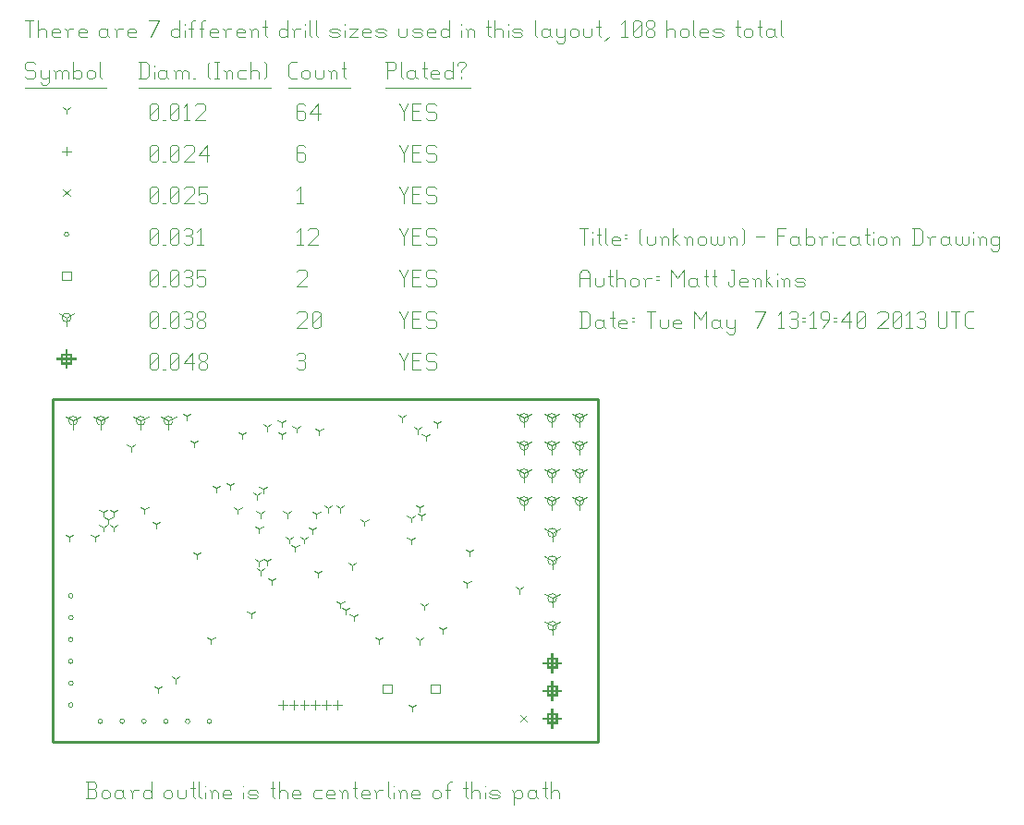
<source format=gbr>
G04 start of page 12 for group -3984 idx -3984 *
G04 Title: (unknown), fab *
G04 Creator: pcb 1.99z *
G04 CreationDate: Tue May  7 13:19:40 2013 UTC *
G04 For: matt *
G04 Format: Gerber/RS-274X *
G04 PCB-Dimensions (mil): 2165.35 1377.95 *
G04 PCB-Coordinate-Origin: lower left *
%MOIN*%
%FSLAX25Y25*%
%LNFAB*%
%ADD150C,0.0100*%
%ADD149C,0.0044*%
%ADD148R,0.0080X0.0080*%
G54D148*X190157Y22531D02*Y16131D01*
X186957Y19331D02*X193357D01*
X188557Y20931D02*X191757D01*
X188557D02*Y17731D01*
X191757D01*
Y20931D02*Y17731D01*
X190157Y32531D02*Y26131D01*
X186957Y29331D02*X193357D01*
X188557Y30931D02*X191757D01*
X188557D02*Y27731D01*
X191757D01*
Y30931D02*Y27731D01*
X190157Y42531D02*Y36131D01*
X186957Y39331D02*X193357D01*
X188557Y40931D02*X191757D01*
X188557D02*Y37731D01*
X191757D01*
Y40931D02*Y37731D01*
X15000Y152245D02*Y145845D01*
X11800Y149045D02*X18200D01*
X13400Y150645D02*X16600D01*
X13400D02*Y147445D01*
X16600D01*
Y150645D02*Y147445D01*
G54D149*X135000Y151295D02*X136500Y148295D01*
X138000Y151295D01*
X136500Y148295D02*Y145295D01*
X139800Y148595D02*X142050D01*
X139800Y145295D02*X142800D01*
X139800Y151295D02*Y145295D01*
Y151295D02*X142800D01*
X147600D02*X148350Y150545D01*
X145350Y151295D02*X147600D01*
X144600Y150545D02*X145350Y151295D01*
X144600Y150545D02*Y149045D01*
X145350Y148295D01*
X147600D01*
X148350Y147545D01*
Y146045D01*
X147600Y145295D02*X148350Y146045D01*
X145350Y145295D02*X147600D01*
X144600Y146045D02*X145350Y145295D01*
X98000Y150545D02*X98750Y151295D01*
X100250D01*
X101000Y150545D01*
X100250Y145295D02*X101000Y146045D01*
X98750Y145295D02*X100250D01*
X98000Y146045D02*X98750Y145295D01*
Y148595D02*X100250D01*
X101000Y150545D02*Y149345D01*
Y147845D02*Y146045D01*
Y147845D02*X100250Y148595D01*
X101000Y149345D02*X100250Y148595D01*
X45000Y146045D02*X45750Y145295D01*
X45000Y150545D02*Y146045D01*
Y150545D02*X45750Y151295D01*
X47250D01*
X48000Y150545D01*
Y146045D01*
X47250Y145295D02*X48000Y146045D01*
X45750Y145295D02*X47250D01*
X45000Y146795D02*X48000Y149795D01*
X49800Y145295D02*X50550D01*
X52350Y146045D02*X53100Y145295D01*
X52350Y150545D02*Y146045D01*
Y150545D02*X53100Y151295D01*
X54600D01*
X55350Y150545D01*
Y146045D01*
X54600Y145295D02*X55350Y146045D01*
X53100Y145295D02*X54600D01*
X52350Y146795D02*X55350Y149795D01*
X57150Y147545D02*X60150Y151295D01*
X57150Y147545D02*X60900D01*
X60150Y151295D02*Y145295D01*
X62700Y146045D02*X63450Y145295D01*
X62700Y147245D02*Y146045D01*
Y147245D02*X63750Y148295D01*
X64650D01*
X65700Y147245D01*
Y146045D01*
X64950Y145295D02*X65700Y146045D01*
X63450Y145295D02*X64950D01*
X62700Y149345D02*X63750Y148295D01*
X62700Y150545D02*Y149345D01*
Y150545D02*X63450Y151295D01*
X64950D01*
X65700Y150545D01*
Y149345D01*
X64650Y148295D02*X65700Y149345D01*
X17323Y126811D02*Y123611D01*
Y126811D02*X20096Y128411D01*
X17323Y126811D02*X14550Y128411D01*
X15723Y126811D02*G75*G03X18923Y126811I1600J0D01*G01*
G75*G03X15723Y126811I-1600J0D01*G01*
X27323D02*Y123611D01*
Y126811D02*X30096Y128411D01*
X27323Y126811D02*X24550Y128411D01*
X25723Y126811D02*G75*G03X28923Y126811I1600J0D01*G01*
G75*G03X25723Y126811I-1600J0D01*G01*
X41732D02*Y123611D01*
Y126811D02*X44506Y128411D01*
X41732Y126811D02*X38959Y128411D01*
X40132Y126811D02*G75*G03X43332Y126811I1600J0D01*G01*
G75*G03X40132Y126811I-1600J0D01*G01*
X51732D02*Y123611D01*
Y126811D02*X54506Y128411D01*
X51732Y126811D02*X48959Y128411D01*
X50132Y126811D02*G75*G03X53332Y126811I1600J0D01*G01*
G75*G03X50132Y126811I-1600J0D01*G01*
X190157Y62795D02*Y59595D01*
Y62795D02*X192931Y64395D01*
X190157Y62795D02*X187384Y64395D01*
X188557Y62795D02*G75*G03X191757Y62795I1600J0D01*G01*
G75*G03X188557Y62795I-1600J0D01*G01*
X190157Y52795D02*Y49595D01*
Y52795D02*X192931Y54395D01*
X190157Y52795D02*X187384Y54395D01*
X188557Y52795D02*G75*G03X191757Y52795I1600J0D01*G01*
G75*G03X188557Y52795I-1600J0D01*G01*
X190157Y86417D02*Y83217D01*
Y86417D02*X192931Y88017D01*
X190157Y86417D02*X187384Y88017D01*
X188557Y86417D02*G75*G03X191757Y86417I1600J0D01*G01*
G75*G03X188557Y86417I-1600J0D01*G01*
X190157Y76417D02*Y73217D01*
Y76417D02*X192931Y78017D01*
X190157Y76417D02*X187384Y78017D01*
X188557Y76417D02*G75*G03X191757Y76417I1600J0D01*G01*
G75*G03X188557Y76417I-1600J0D01*G01*
X180000Y127795D02*Y124595D01*
Y127795D02*X182773Y129395D01*
X180000Y127795D02*X177227Y129395D01*
X178400Y127795D02*G75*G03X181600Y127795I1600J0D01*G01*
G75*G03X178400Y127795I-1600J0D01*G01*
X190000D02*Y124595D01*
Y127795D02*X192773Y129395D01*
X190000Y127795D02*X187227Y129395D01*
X188400Y127795D02*G75*G03X191600Y127795I1600J0D01*G01*
G75*G03X188400Y127795I-1600J0D01*G01*
X200000D02*Y124595D01*
Y127795D02*X202773Y129395D01*
X200000Y127795D02*X197227Y129395D01*
X198400Y127795D02*G75*G03X201600Y127795I1600J0D01*G01*
G75*G03X198400Y127795I-1600J0D01*G01*
X180000Y117795D02*Y114595D01*
Y117795D02*X182773Y119395D01*
X180000Y117795D02*X177227Y119395D01*
X178400Y117795D02*G75*G03X181600Y117795I1600J0D01*G01*
G75*G03X178400Y117795I-1600J0D01*G01*
X190000D02*Y114595D01*
Y117795D02*X192773Y119395D01*
X190000Y117795D02*X187227Y119395D01*
X188400Y117795D02*G75*G03X191600Y117795I1600J0D01*G01*
G75*G03X188400Y117795I-1600J0D01*G01*
X200000D02*Y114595D01*
Y117795D02*X202773Y119395D01*
X200000Y117795D02*X197227Y119395D01*
X198400Y117795D02*G75*G03X201600Y117795I1600J0D01*G01*
G75*G03X198400Y117795I-1600J0D01*G01*
X180000Y107795D02*Y104595D01*
Y107795D02*X182773Y109395D01*
X180000Y107795D02*X177227Y109395D01*
X178400Y107795D02*G75*G03X181600Y107795I1600J0D01*G01*
G75*G03X178400Y107795I-1600J0D01*G01*
X190000D02*Y104595D01*
Y107795D02*X192773Y109395D01*
X190000Y107795D02*X187227Y109395D01*
X188400Y107795D02*G75*G03X191600Y107795I1600J0D01*G01*
G75*G03X188400Y107795I-1600J0D01*G01*
X200000D02*Y104595D01*
Y107795D02*X202773Y109395D01*
X200000Y107795D02*X197227Y109395D01*
X198400Y107795D02*G75*G03X201600Y107795I1600J0D01*G01*
G75*G03X198400Y107795I-1600J0D01*G01*
X180000Y97795D02*Y94595D01*
Y97795D02*X182773Y99395D01*
X180000Y97795D02*X177227Y99395D01*
X178400Y97795D02*G75*G03X181600Y97795I1600J0D01*G01*
G75*G03X178400Y97795I-1600J0D01*G01*
X190000D02*Y94595D01*
Y97795D02*X192773Y99395D01*
X190000Y97795D02*X187227Y99395D01*
X188400Y97795D02*G75*G03X191600Y97795I1600J0D01*G01*
G75*G03X188400Y97795I-1600J0D01*G01*
X200000D02*Y94595D01*
Y97795D02*X202773Y99395D01*
X200000Y97795D02*X197227Y99395D01*
X198400Y97795D02*G75*G03X201600Y97795I1600J0D01*G01*
G75*G03X198400Y97795I-1600J0D01*G01*
X15000Y164045D02*Y160845D01*
Y164045D02*X17773Y165645D01*
X15000Y164045D02*X12227Y165645D01*
X13400Y164045D02*G75*G03X16600Y164045I1600J0D01*G01*
G75*G03X13400Y164045I-1600J0D01*G01*
X135000Y166295D02*X136500Y163295D01*
X138000Y166295D01*
X136500Y163295D02*Y160295D01*
X139800Y163595D02*X142050D01*
X139800Y160295D02*X142800D01*
X139800Y166295D02*Y160295D01*
Y166295D02*X142800D01*
X147600D02*X148350Y165545D01*
X145350Y166295D02*X147600D01*
X144600Y165545D02*X145350Y166295D01*
X144600Y165545D02*Y164045D01*
X145350Y163295D01*
X147600D01*
X148350Y162545D01*
Y161045D01*
X147600Y160295D02*X148350Y161045D01*
X145350Y160295D02*X147600D01*
X144600Y161045D02*X145350Y160295D01*
X98000Y165545D02*X98750Y166295D01*
X101000D01*
X101750Y165545D01*
Y164045D01*
X98000Y160295D02*X101750Y164045D01*
X98000Y160295D02*X101750D01*
X103550Y161045D02*X104300Y160295D01*
X103550Y165545D02*Y161045D01*
Y165545D02*X104300Y166295D01*
X105800D01*
X106550Y165545D01*
Y161045D01*
X105800Y160295D02*X106550Y161045D01*
X104300Y160295D02*X105800D01*
X103550Y161795D02*X106550Y164795D01*
X45000Y161045D02*X45750Y160295D01*
X45000Y165545D02*Y161045D01*
Y165545D02*X45750Y166295D01*
X47250D01*
X48000Y165545D01*
Y161045D01*
X47250Y160295D02*X48000Y161045D01*
X45750Y160295D02*X47250D01*
X45000Y161795D02*X48000Y164795D01*
X49800Y160295D02*X50550D01*
X52350Y161045D02*X53100Y160295D01*
X52350Y165545D02*Y161045D01*
Y165545D02*X53100Y166295D01*
X54600D01*
X55350Y165545D01*
Y161045D01*
X54600Y160295D02*X55350Y161045D01*
X53100Y160295D02*X54600D01*
X52350Y161795D02*X55350Y164795D01*
X57150Y165545D02*X57900Y166295D01*
X59400D01*
X60150Y165545D01*
X59400Y160295D02*X60150Y161045D01*
X57900Y160295D02*X59400D01*
X57150Y161045D02*X57900Y160295D01*
Y163595D02*X59400D01*
X60150Y165545D02*Y164345D01*
Y162845D02*Y161045D01*
Y162845D02*X59400Y163595D01*
X60150Y164345D02*X59400Y163595D01*
X61950Y161045D02*X62700Y160295D01*
X61950Y162245D02*Y161045D01*
Y162245D02*X63000Y163295D01*
X63900D01*
X64950Y162245D01*
Y161045D01*
X64200Y160295D02*X64950Y161045D01*
X62700Y160295D02*X64200D01*
X61950Y164345D02*X63000Y163295D01*
X61950Y165545D02*Y164345D01*
Y165545D02*X62700Y166295D01*
X64200D01*
X64950Y165545D01*
Y164345D01*
X63900Y163295D02*X64950Y164345D01*
X146431Y31679D02*X149631D01*
X146431D02*Y28479D01*
X149631D01*
Y31679D02*Y28479D01*
X129109Y31679D02*X132309D01*
X129109D02*Y28479D01*
X132309D01*
Y31679D02*Y28479D01*
X13400Y180645D02*X16600D01*
X13400D02*Y177445D01*
X16600D01*
Y180645D02*Y177445D01*
X135000Y181295D02*X136500Y178295D01*
X138000Y181295D01*
X136500Y178295D02*Y175295D01*
X139800Y178595D02*X142050D01*
X139800Y175295D02*X142800D01*
X139800Y181295D02*Y175295D01*
Y181295D02*X142800D01*
X147600D02*X148350Y180545D01*
X145350Y181295D02*X147600D01*
X144600Y180545D02*X145350Y181295D01*
X144600Y180545D02*Y179045D01*
X145350Y178295D01*
X147600D01*
X148350Y177545D01*
Y176045D01*
X147600Y175295D02*X148350Y176045D01*
X145350Y175295D02*X147600D01*
X144600Y176045D02*X145350Y175295D01*
X98000Y180545D02*X98750Y181295D01*
X101000D01*
X101750Y180545D01*
Y179045D01*
X98000Y175295D02*X101750Y179045D01*
X98000Y175295D02*X101750D01*
X45000Y176045D02*X45750Y175295D01*
X45000Y180545D02*Y176045D01*
Y180545D02*X45750Y181295D01*
X47250D01*
X48000Y180545D01*
Y176045D01*
X47250Y175295D02*X48000Y176045D01*
X45750Y175295D02*X47250D01*
X45000Y176795D02*X48000Y179795D01*
X49800Y175295D02*X50550D01*
X52350Y176045D02*X53100Y175295D01*
X52350Y180545D02*Y176045D01*
Y180545D02*X53100Y181295D01*
X54600D01*
X55350Y180545D01*
Y176045D01*
X54600Y175295D02*X55350Y176045D01*
X53100Y175295D02*X54600D01*
X52350Y176795D02*X55350Y179795D01*
X57150Y180545D02*X57900Y181295D01*
X59400D01*
X60150Y180545D01*
X59400Y175295D02*X60150Y176045D01*
X57900Y175295D02*X59400D01*
X57150Y176045D02*X57900Y175295D01*
Y178595D02*X59400D01*
X60150Y180545D02*Y179345D01*
Y177845D02*Y176045D01*
Y177845D02*X59400Y178595D01*
X60150Y179345D02*X59400Y178595D01*
X61950Y181295D02*X64950D01*
X61950D02*Y178295D01*
X62700Y179045D01*
X64200D01*
X64950Y178295D01*
Y176045D01*
X64200Y175295D02*X64950Y176045D01*
X62700Y175295D02*X64200D01*
X61950Y176045D02*X62700Y175295D01*
X26365Y18346D02*G75*G03X27965Y18346I800J0D01*G01*
G75*G03X26365Y18346I-800J0D01*G01*
X34239D02*G75*G03X35839Y18346I800J0D01*G01*
G75*G03X34239Y18346I-800J0D01*G01*
X15735Y63622D02*G75*G03X17335Y63622I800J0D01*G01*
G75*G03X15735Y63622I-800J0D01*G01*
Y55748D02*G75*G03X17335Y55748I800J0D01*G01*
G75*G03X15735Y55748I-800J0D01*G01*
Y47874D02*G75*G03X17335Y47874I800J0D01*G01*
G75*G03X15735Y47874I-800J0D01*G01*
Y40000D02*G75*G03X17335Y40000I800J0D01*G01*
G75*G03X15735Y40000I-800J0D01*G01*
Y32126D02*G75*G03X17335Y32126I800J0D01*G01*
G75*G03X15735Y32126I-800J0D01*G01*
Y24252D02*G75*G03X17335Y24252I800J0D01*G01*
G75*G03X15735Y24252I-800J0D01*G01*
X57861Y18346D02*G75*G03X59461Y18346I800J0D01*G01*
G75*G03X57861Y18346I-800J0D01*G01*
X65735D02*G75*G03X67335Y18346I800J0D01*G01*
G75*G03X65735Y18346I-800J0D01*G01*
X42113D02*G75*G03X43713Y18346I800J0D01*G01*
G75*G03X42113Y18346I-800J0D01*G01*
X49987D02*G75*G03X51587Y18346I800J0D01*G01*
G75*G03X49987Y18346I-800J0D01*G01*
X14200Y194045D02*G75*G03X15800Y194045I800J0D01*G01*
G75*G03X14200Y194045I-800J0D01*G01*
X135000Y196295D02*X136500Y193295D01*
X138000Y196295D01*
X136500Y193295D02*Y190295D01*
X139800Y193595D02*X142050D01*
X139800Y190295D02*X142800D01*
X139800Y196295D02*Y190295D01*
Y196295D02*X142800D01*
X147600D02*X148350Y195545D01*
X145350Y196295D02*X147600D01*
X144600Y195545D02*X145350Y196295D01*
X144600Y195545D02*Y194045D01*
X145350Y193295D01*
X147600D01*
X148350Y192545D01*
Y191045D01*
X147600Y190295D02*X148350Y191045D01*
X145350Y190295D02*X147600D01*
X144600Y191045D02*X145350Y190295D01*
X98000Y195095D02*X99200Y196295D01*
Y190295D01*
X98000D02*X100250D01*
X102050Y195545D02*X102800Y196295D01*
X105050D01*
X105800Y195545D01*
Y194045D01*
X102050Y190295D02*X105800Y194045D01*
X102050Y190295D02*X105800D01*
X45000Y191045D02*X45750Y190295D01*
X45000Y195545D02*Y191045D01*
Y195545D02*X45750Y196295D01*
X47250D01*
X48000Y195545D01*
Y191045D01*
X47250Y190295D02*X48000Y191045D01*
X45750Y190295D02*X47250D01*
X45000Y191795D02*X48000Y194795D01*
X49800Y190295D02*X50550D01*
X52350Y191045D02*X53100Y190295D01*
X52350Y195545D02*Y191045D01*
Y195545D02*X53100Y196295D01*
X54600D01*
X55350Y195545D01*
Y191045D01*
X54600Y190295D02*X55350Y191045D01*
X53100Y190295D02*X54600D01*
X52350Y191795D02*X55350Y194795D01*
X57150Y195545D02*X57900Y196295D01*
X59400D01*
X60150Y195545D01*
X59400Y190295D02*X60150Y191045D01*
X57900Y190295D02*X59400D01*
X57150Y191045D02*X57900Y190295D01*
Y193595D02*X59400D01*
X60150Y195545D02*Y194345D01*
Y192845D02*Y191045D01*
Y192845D02*X59400Y193595D01*
X60150Y194345D02*X59400Y193595D01*
X61950Y195095D02*X63150Y196295D01*
Y190295D01*
X61950D02*X64200D01*
X178524Y20531D02*X180924Y18131D01*
X178524D02*X180924Y20531D01*
X13800Y210245D02*X16200Y207845D01*
X13800D02*X16200Y210245D01*
X135000Y211295D02*X136500Y208295D01*
X138000Y211295D01*
X136500Y208295D02*Y205295D01*
X139800Y208595D02*X142050D01*
X139800Y205295D02*X142800D01*
X139800Y211295D02*Y205295D01*
Y211295D02*X142800D01*
X147600D02*X148350Y210545D01*
X145350Y211295D02*X147600D01*
X144600Y210545D02*X145350Y211295D01*
X144600Y210545D02*Y209045D01*
X145350Y208295D01*
X147600D01*
X148350Y207545D01*
Y206045D01*
X147600Y205295D02*X148350Y206045D01*
X145350Y205295D02*X147600D01*
X144600Y206045D02*X145350Y205295D01*
X98000Y210095D02*X99200Y211295D01*
Y205295D01*
X98000D02*X100250D01*
X45000Y206045D02*X45750Y205295D01*
X45000Y210545D02*Y206045D01*
Y210545D02*X45750Y211295D01*
X47250D01*
X48000Y210545D01*
Y206045D01*
X47250Y205295D02*X48000Y206045D01*
X45750Y205295D02*X47250D01*
X45000Y206795D02*X48000Y209795D01*
X49800Y205295D02*X50550D01*
X52350Y206045D02*X53100Y205295D01*
X52350Y210545D02*Y206045D01*
Y210545D02*X53100Y211295D01*
X54600D01*
X55350Y210545D01*
Y206045D01*
X54600Y205295D02*X55350Y206045D01*
X53100Y205295D02*X54600D01*
X52350Y206795D02*X55350Y209795D01*
X57150Y210545D02*X57900Y211295D01*
X60150D01*
X60900Y210545D01*
Y209045D01*
X57150Y205295D02*X60900Y209045D01*
X57150Y205295D02*X60900D01*
X62700Y211295D02*X65700D01*
X62700D02*Y208295D01*
X63450Y209045D01*
X64950D01*
X65700Y208295D01*
Y206045D01*
X64950Y205295D02*X65700Y206045D01*
X63450Y205295D02*X64950D01*
X62700Y206045D02*X63450Y205295D01*
X92913Y25852D02*Y22652D01*
X91313Y24252D02*X94513D01*
X96850Y25852D02*Y22652D01*
X95250Y24252D02*X98450D01*
X100787Y25852D02*Y22652D01*
X99187Y24252D02*X102387D01*
X104724Y25852D02*Y22652D01*
X103124Y24252D02*X106324D01*
X108661Y25852D02*Y22652D01*
X107061Y24252D02*X110261D01*
X112598Y25852D02*Y22652D01*
X110998Y24252D02*X114198D01*
X15000Y225645D02*Y222445D01*
X13400Y224045D02*X16600D01*
X135000Y226295D02*X136500Y223295D01*
X138000Y226295D01*
X136500Y223295D02*Y220295D01*
X139800Y223595D02*X142050D01*
X139800Y220295D02*X142800D01*
X139800Y226295D02*Y220295D01*
Y226295D02*X142800D01*
X147600D02*X148350Y225545D01*
X145350Y226295D02*X147600D01*
X144600Y225545D02*X145350Y226295D01*
X144600Y225545D02*Y224045D01*
X145350Y223295D01*
X147600D01*
X148350Y222545D01*
Y221045D01*
X147600Y220295D02*X148350Y221045D01*
X145350Y220295D02*X147600D01*
X144600Y221045D02*X145350Y220295D01*
X100250Y226295D02*X101000Y225545D01*
X98750Y226295D02*X100250D01*
X98000Y225545D02*X98750Y226295D01*
X98000Y225545D02*Y221045D01*
X98750Y220295D01*
X100250Y223595D02*X101000Y222845D01*
X98000Y223595D02*X100250D01*
X98750Y220295D02*X100250D01*
X101000Y221045D01*
Y222845D02*Y221045D01*
X45000D02*X45750Y220295D01*
X45000Y225545D02*Y221045D01*
Y225545D02*X45750Y226295D01*
X47250D01*
X48000Y225545D01*
Y221045D01*
X47250Y220295D02*X48000Y221045D01*
X45750Y220295D02*X47250D01*
X45000Y221795D02*X48000Y224795D01*
X49800Y220295D02*X50550D01*
X52350Y221045D02*X53100Y220295D01*
X52350Y225545D02*Y221045D01*
Y225545D02*X53100Y226295D01*
X54600D01*
X55350Y225545D01*
Y221045D01*
X54600Y220295D02*X55350Y221045D01*
X53100Y220295D02*X54600D01*
X52350Y221795D02*X55350Y224795D01*
X57150Y225545D02*X57900Y226295D01*
X60150D01*
X60900Y225545D01*
Y224045D01*
X57150Y220295D02*X60900Y224045D01*
X57150Y220295D02*X60900D01*
X62700Y222545D02*X65700Y226295D01*
X62700Y222545D02*X66450D01*
X65700Y226295D02*Y220295D01*
X85039Y72677D02*Y71077D01*
Y72677D02*X86426Y73477D01*
X85039Y72677D02*X83653Y73477D01*
X127559Y47874D02*Y46274D01*
Y47874D02*X128946Y48674D01*
X127559Y47874D02*X126172Y48674D01*
X87402Y124646D02*Y123046D01*
Y124646D02*X88788Y125446D01*
X87402Y124646D02*X86015Y125446D01*
X92717Y121890D02*Y120290D01*
Y121890D02*X94103Y122690D01*
X92717Y121890D02*X91330Y122690D01*
X105709Y71890D02*Y70290D01*
Y71890D02*X107095Y72690D01*
X105709Y71890D02*X104322Y72690D01*
X139567Y23465D02*Y21865D01*
Y23465D02*X140954Y24265D01*
X139567Y23465D02*X138180Y24265D01*
X48031Y30157D02*Y28557D01*
Y30157D02*X49418Y30957D01*
X48031Y30157D02*X46645Y30957D01*
X74016Y103583D02*Y101983D01*
Y103583D02*X75402Y104383D01*
X74016Y103583D02*X72629Y104383D01*
X88976Y69134D02*Y67534D01*
Y69134D02*X90363Y69934D01*
X88976Y69134D02*X87590Y69934D01*
X139173Y91772D02*Y90172D01*
Y91772D02*X140560Y92572D01*
X139173Y91772D02*X137787Y92572D01*
X139173Y83898D02*Y82298D01*
Y83898D02*X140560Y84698D01*
X139173Y83898D02*X137787Y84698D01*
X160236Y79567D02*Y77967D01*
Y79567D02*X161623Y80367D01*
X160236Y79567D02*X158850Y80367D01*
X159449Y68150D02*Y66550D01*
Y68150D02*X160835Y68950D01*
X159449Y68150D02*X158062Y68950D01*
X58268Y128583D02*Y126983D01*
Y128583D02*X59654Y129383D01*
X58268Y128583D02*X56881Y129383D01*
X69094Y102598D02*Y100998D01*
Y102598D02*X70481Y103398D01*
X69094Y102598D02*X67708Y103398D01*
X150591Y51614D02*Y50014D01*
Y51614D02*X151977Y52414D01*
X150591Y51614D02*X149204Y52414D01*
X83661Y100039D02*Y98439D01*
Y100039D02*X85048Y100839D01*
X83661Y100039D02*X82275Y100839D01*
X85827Y102205D02*Y100605D01*
Y102205D02*X87213Y103005D01*
X85827Y102205D02*X84440Y103005D01*
X103740Y87441D02*Y85841D01*
Y87441D02*X105127Y88241D01*
X103740Y87441D02*X102353Y88241D01*
X84843Y93346D02*Y91746D01*
Y93346D02*X86229Y94146D01*
X84843Y93346D02*X83456Y94146D01*
X109252Y95315D02*Y93715D01*
Y95315D02*X110639Y96115D01*
X109252Y95315D02*X107865Y96115D01*
X38189Y117362D02*Y115762D01*
Y117362D02*X39576Y118162D01*
X38189Y117362D02*X36802Y118162D01*
X61024Y118937D02*Y117337D01*
Y118937D02*X62410Y119737D01*
X61024Y118937D02*X59637Y119737D01*
X15945Y84882D02*Y83282D01*
Y84882D02*X17332Y85682D01*
X15945Y84882D02*X14558Y85682D01*
X47244Y89606D02*Y88006D01*
Y89606D02*X48631Y90406D01*
X47244Y89606D02*X45857Y90406D01*
X43110Y94921D02*Y93321D01*
Y94921D02*X44497Y95721D01*
X43110Y94921D02*X41724Y95721D01*
X100591Y84094D02*Y82494D01*
Y84094D02*X101977Y84894D01*
X100591Y84094D02*X99204Y84894D01*
X94488Y93346D02*Y91746D01*
Y93346D02*X95875Y94146D01*
X94488Y93346D02*X93102Y94146D01*
X84449Y76024D02*Y74424D01*
Y76024D02*X85835Y76824D01*
X84449Y76024D02*X83062Y76824D01*
X84449Y87835D02*Y86235D01*
Y87835D02*X85835Y88635D01*
X84449Y87835D02*X83062Y88635D01*
X117913Y74646D02*Y73046D01*
Y74646D02*X119300Y75446D01*
X117913Y74646D02*X116527Y75446D01*
X30118Y91181D02*Y89581D01*
Y91181D02*X31505Y91981D01*
X30118Y91181D02*X28731Y91981D01*
X28150Y93937D02*Y92337D01*
Y93937D02*X29536Y94737D01*
X28150Y93937D02*X26763Y94737D01*
X32087Y93937D02*Y92337D01*
Y93937D02*X33473Y94737D01*
X32087Y93937D02*X30700Y94737D01*
X28150Y88426D02*Y86826D01*
Y88426D02*X29536Y89226D01*
X28150Y88426D02*X26763Y89226D01*
X32087Y88426D02*Y86826D01*
Y88426D02*X33473Y89226D01*
X32087Y88426D02*X30700Y89226D01*
X25197Y84882D02*Y83282D01*
Y84882D02*X26584Y85682D01*
X25197Y84882D02*X23810Y85682D01*
X178346Y65984D02*Y64384D01*
Y65984D02*X179733Y66784D01*
X178346Y65984D02*X176960Y66784D01*
X143898Y60079D02*Y58479D01*
Y60079D02*X145284Y60879D01*
X143898Y60079D02*X142511Y60879D01*
X115748Y58504D02*Y56904D01*
Y58504D02*X117135Y59304D01*
X115748Y58504D02*X114361Y59304D01*
X113780Y60866D02*Y59266D01*
Y60866D02*X115166Y61666D01*
X113780Y60866D02*X112393Y61666D01*
X122441Y90394D02*Y88794D01*
Y90394D02*X123828Y91194D01*
X122441Y90394D02*X121054Y91194D01*
X136024Y127992D02*Y126392D01*
Y127992D02*X137410Y128792D01*
X136024Y127992D02*X134637Y128792D01*
X78346Y121890D02*Y120290D01*
Y121890D02*X79733Y122690D01*
X78346Y121890D02*X76960Y122690D01*
X144488Y121299D02*Y119699D01*
Y121299D02*X145875Y122099D01*
X144488Y121299D02*X143102Y122099D01*
X106102Y123268D02*Y121668D01*
Y123268D02*X107489Y124068D01*
X106102Y123268D02*X104716Y124068D01*
X76772Y94724D02*Y93124D01*
Y94724D02*X78158Y95524D01*
X76772Y94724D02*X75385Y95524D01*
X142323Y95512D02*Y93912D01*
Y95512D02*X143710Y96312D01*
X142323Y95512D02*X140936Y96312D01*
X142913Y92559D02*Y90959D01*
Y92559D02*X144300Y93359D01*
X142913Y92559D02*X141527Y93359D01*
X97441Y81142D02*Y79542D01*
Y81142D02*X98828Y81942D01*
X97441Y81142D02*X96054Y81942D01*
X95276Y84094D02*Y82494D01*
Y84094D02*X96662Y84894D01*
X95276Y84094D02*X93889Y84894D01*
X87402Y76220D02*Y74620D01*
Y76220D02*X88788Y77020D01*
X87402Y76220D02*X86015Y77020D01*
X62008Y78583D02*Y76983D01*
Y78583D02*X63395Y79383D01*
X62008Y78583D02*X60621Y79383D01*
X92520Y126220D02*Y124620D01*
Y126220D02*X93906Y127020D01*
X92520Y126220D02*X91133Y127020D01*
X141732Y123661D02*Y122061D01*
Y123661D02*X143119Y124461D01*
X141732Y123661D02*X140346Y124461D01*
X148622Y125827D02*Y124227D01*
Y125827D02*X150009Y126627D01*
X148622Y125827D02*X147235Y126627D01*
X118504Y56142D02*Y54542D01*
Y56142D02*X119891Y56942D01*
X118504Y56142D02*X117117Y56942D01*
X142323Y47677D02*Y46077D01*
Y47677D02*X143710Y48477D01*
X142323Y47677D02*X140936Y48477D01*
X67126Y47874D02*Y46274D01*
Y47874D02*X68513Y48674D01*
X67126Y47874D02*X65739Y48674D01*
X81496Y57126D02*Y55526D01*
Y57126D02*X82883Y57926D01*
X81496Y57126D02*X80109Y57926D01*
X54331Y33701D02*Y32101D01*
Y33701D02*X55717Y34501D01*
X54331Y33701D02*X52944Y34501D01*
X113583Y95315D02*Y93715D01*
Y95315D02*X114969Y96115D01*
X113583Y95315D02*X112196Y96115D01*
X105118Y93150D02*Y91550D01*
Y93150D02*X106505Y93950D01*
X105118Y93150D02*X103731Y93950D01*
X97835Y124055D02*Y122455D01*
Y124055D02*X99221Y124855D01*
X97835Y124055D02*X96448Y124855D01*
X15000Y239045D02*Y237445D01*
Y239045D02*X16387Y239845D01*
X15000Y239045D02*X13613Y239845D01*
X135000Y241295D02*X136500Y238295D01*
X138000Y241295D01*
X136500Y238295D02*Y235295D01*
X139800Y238595D02*X142050D01*
X139800Y235295D02*X142800D01*
X139800Y241295D02*Y235295D01*
Y241295D02*X142800D01*
X147600D02*X148350Y240545D01*
X145350Y241295D02*X147600D01*
X144600Y240545D02*X145350Y241295D01*
X144600Y240545D02*Y239045D01*
X145350Y238295D01*
X147600D01*
X148350Y237545D01*
Y236045D01*
X147600Y235295D02*X148350Y236045D01*
X145350Y235295D02*X147600D01*
X144600Y236045D02*X145350Y235295D01*
X100250Y241295D02*X101000Y240545D01*
X98750Y241295D02*X100250D01*
X98000Y240545D02*X98750Y241295D01*
X98000Y240545D02*Y236045D01*
X98750Y235295D01*
X100250Y238595D02*X101000Y237845D01*
X98000Y238595D02*X100250D01*
X98750Y235295D02*X100250D01*
X101000Y236045D01*
Y237845D02*Y236045D01*
X102800Y237545D02*X105800Y241295D01*
X102800Y237545D02*X106550D01*
X105800Y241295D02*Y235295D01*
X45000Y236045D02*X45750Y235295D01*
X45000Y240545D02*Y236045D01*
Y240545D02*X45750Y241295D01*
X47250D01*
X48000Y240545D01*
Y236045D01*
X47250Y235295D02*X48000Y236045D01*
X45750Y235295D02*X47250D01*
X45000Y236795D02*X48000Y239795D01*
X49800Y235295D02*X50550D01*
X52350Y236045D02*X53100Y235295D01*
X52350Y240545D02*Y236045D01*
Y240545D02*X53100Y241295D01*
X54600D01*
X55350Y240545D01*
Y236045D01*
X54600Y235295D02*X55350Y236045D01*
X53100Y235295D02*X54600D01*
X52350Y236795D02*X55350Y239795D01*
X57150Y240095D02*X58350Y241295D01*
Y235295D01*
X57150D02*X59400D01*
X61200Y240545D02*X61950Y241295D01*
X64200D01*
X64950Y240545D01*
Y239045D01*
X61200Y235295D02*X64950Y239045D01*
X61200Y235295D02*X64950D01*
X3000Y256295D02*X3750Y255545D01*
X750Y256295D02*X3000D01*
X0Y255545D02*X750Y256295D01*
X0Y255545D02*Y254045D01*
X750Y253295D01*
X3000D01*
X3750Y252545D01*
Y251045D01*
X3000Y250295D02*X3750Y251045D01*
X750Y250295D02*X3000D01*
X0Y251045D02*X750Y250295D01*
X5550Y253295D02*Y251045D01*
X6300Y250295D01*
X8550Y253295D02*Y248795D01*
X7800Y248045D02*X8550Y248795D01*
X6300Y248045D02*X7800D01*
X5550Y248795D02*X6300Y248045D01*
Y250295D02*X7800D01*
X8550Y251045D01*
X11100Y252545D02*Y250295D01*
Y252545D02*X11850Y253295D01*
X12600D01*
X13350Y252545D01*
Y250295D01*
Y252545D02*X14100Y253295D01*
X14850D01*
X15600Y252545D01*
Y250295D01*
X10350Y253295D02*X11100Y252545D01*
X17400Y256295D02*Y250295D01*
Y251045D02*X18150Y250295D01*
X19650D01*
X20400Y251045D01*
Y252545D02*Y251045D01*
X19650Y253295D02*X20400Y252545D01*
X18150Y253295D02*X19650D01*
X17400Y252545D02*X18150Y253295D01*
X22200Y252545D02*Y251045D01*
Y252545D02*X22950Y253295D01*
X24450D01*
X25200Y252545D01*
Y251045D01*
X24450Y250295D02*X25200Y251045D01*
X22950Y250295D02*X24450D01*
X22200Y251045D02*X22950Y250295D01*
X27000Y256295D02*Y251045D01*
X27750Y250295D01*
X0Y247045D02*X29250D01*
X41750Y256295D02*Y250295D01*
X43700Y256295D02*X44750Y255245D01*
Y251345D01*
X43700Y250295D02*X44750Y251345D01*
X41000Y250295D02*X43700D01*
X41000Y256295D02*X43700D01*
X46550Y254795D02*Y254645D01*
Y252545D02*Y250295D01*
X50300Y253295D02*X51050Y252545D01*
X48800Y253295D02*X50300D01*
X48050Y252545D02*X48800Y253295D01*
X48050Y252545D02*Y251045D01*
X48800Y250295D01*
X51050Y253295D02*Y251045D01*
X51800Y250295D01*
X48800D02*X50300D01*
X51050Y251045D01*
X54350Y252545D02*Y250295D01*
Y252545D02*X55100Y253295D01*
X55850D01*
X56600Y252545D01*
Y250295D01*
Y252545D02*X57350Y253295D01*
X58100D01*
X58850Y252545D01*
Y250295D01*
X53600Y253295D02*X54350Y252545D01*
X60650Y250295D02*X61400D01*
X65900Y251045D02*X66650Y250295D01*
X65900Y255545D02*X66650Y256295D01*
X65900Y255545D02*Y251045D01*
X68450Y256295D02*X69950D01*
X69200D02*Y250295D01*
X68450D02*X69950D01*
X72500Y252545D02*Y250295D01*
Y252545D02*X73250Y253295D01*
X74000D01*
X74750Y252545D01*
Y250295D01*
X71750Y253295D02*X72500Y252545D01*
X77300Y253295D02*X79550D01*
X76550Y252545D02*X77300Y253295D01*
X76550Y252545D02*Y251045D01*
X77300Y250295D01*
X79550D01*
X81350Y256295D02*Y250295D01*
Y252545D02*X82100Y253295D01*
X83600D01*
X84350Y252545D01*
Y250295D01*
X86150Y256295D02*X86900Y255545D01*
Y251045D01*
X86150Y250295D02*X86900Y251045D01*
X41000Y247045D02*X88700D01*
X96050Y250295D02*X98000D01*
X95000Y251345D02*X96050Y250295D01*
X95000Y255245D02*Y251345D01*
Y255245D02*X96050Y256295D01*
X98000D01*
X99800Y252545D02*Y251045D01*
Y252545D02*X100550Y253295D01*
X102050D01*
X102800Y252545D01*
Y251045D01*
X102050Y250295D02*X102800Y251045D01*
X100550Y250295D02*X102050D01*
X99800Y251045D02*X100550Y250295D01*
X104600Y253295D02*Y251045D01*
X105350Y250295D01*
X106850D01*
X107600Y251045D01*
Y253295D02*Y251045D01*
X110150Y252545D02*Y250295D01*
Y252545D02*X110900Y253295D01*
X111650D01*
X112400Y252545D01*
Y250295D01*
X109400Y253295D02*X110150Y252545D01*
X114950Y256295D02*Y251045D01*
X115700Y250295D01*
X114200Y254045D02*X115700D01*
X95000Y247045D02*X117200D01*
X130750Y256295D02*Y250295D01*
X130000Y256295D02*X133000D01*
X133750Y255545D01*
Y254045D01*
X133000Y253295D02*X133750Y254045D01*
X130750Y253295D02*X133000D01*
X135550Y256295D02*Y251045D01*
X136300Y250295D01*
X140050Y253295D02*X140800Y252545D01*
X138550Y253295D02*X140050D01*
X137800Y252545D02*X138550Y253295D01*
X137800Y252545D02*Y251045D01*
X138550Y250295D01*
X140800Y253295D02*Y251045D01*
X141550Y250295D01*
X138550D02*X140050D01*
X140800Y251045D01*
X144100Y256295D02*Y251045D01*
X144850Y250295D01*
X143350Y254045D02*X144850D01*
X147100Y250295D02*X149350D01*
X146350Y251045D02*X147100Y250295D01*
X146350Y252545D02*Y251045D01*
Y252545D02*X147100Y253295D01*
X148600D01*
X149350Y252545D01*
X146350Y251795D02*X149350D01*
Y252545D02*Y251795D01*
X154150Y256295D02*Y250295D01*
X153400D02*X154150Y251045D01*
X151900Y250295D02*X153400D01*
X151150Y251045D02*X151900Y250295D01*
X151150Y252545D02*Y251045D01*
Y252545D02*X151900Y253295D01*
X153400D01*
X154150Y252545D01*
X157450Y253295D02*Y252545D01*
Y251045D02*Y250295D01*
X155950Y255545D02*Y254795D01*
Y255545D02*X156700Y256295D01*
X158200D01*
X158950Y255545D01*
Y254795D01*
X157450Y253295D02*X158950Y254795D01*
X130000Y247045D02*X160750D01*
X0Y271295D02*X3000D01*
X1500D02*Y265295D01*
X4800Y271295D02*Y265295D01*
Y267545D02*X5550Y268295D01*
X7050D01*
X7800Y267545D01*
Y265295D01*
X10350D02*X12600D01*
X9600Y266045D02*X10350Y265295D01*
X9600Y267545D02*Y266045D01*
Y267545D02*X10350Y268295D01*
X11850D01*
X12600Y267545D01*
X9600Y266795D02*X12600D01*
Y267545D02*Y266795D01*
X15150Y267545D02*Y265295D01*
Y267545D02*X15900Y268295D01*
X17400D01*
X14400D02*X15150Y267545D01*
X19950Y265295D02*X22200D01*
X19200Y266045D02*X19950Y265295D01*
X19200Y267545D02*Y266045D01*
Y267545D02*X19950Y268295D01*
X21450D01*
X22200Y267545D01*
X19200Y266795D02*X22200D01*
Y267545D02*Y266795D01*
X28950Y268295D02*X29700Y267545D01*
X27450Y268295D02*X28950D01*
X26700Y267545D02*X27450Y268295D01*
X26700Y267545D02*Y266045D01*
X27450Y265295D01*
X29700Y268295D02*Y266045D01*
X30450Y265295D01*
X27450D02*X28950D01*
X29700Y266045D01*
X33000Y267545D02*Y265295D01*
Y267545D02*X33750Y268295D01*
X35250D01*
X32250D02*X33000Y267545D01*
X37800Y265295D02*X40050D01*
X37050Y266045D02*X37800Y265295D01*
X37050Y267545D02*Y266045D01*
Y267545D02*X37800Y268295D01*
X39300D01*
X40050Y267545D01*
X37050Y266795D02*X40050D01*
Y267545D02*Y266795D01*
X45300Y265295D02*X48300Y271295D01*
X44550D02*X48300D01*
X55800D02*Y265295D01*
X55050D02*X55800Y266045D01*
X53550Y265295D02*X55050D01*
X52800Y266045D02*X53550Y265295D01*
X52800Y267545D02*Y266045D01*
Y267545D02*X53550Y268295D01*
X55050D01*
X55800Y267545D01*
X57600Y269795D02*Y269645D01*
Y267545D02*Y265295D01*
X59850Y270545D02*Y265295D01*
Y270545D02*X60600Y271295D01*
X61350D01*
X59100Y268295D02*X60600D01*
X63600Y270545D02*Y265295D01*
Y270545D02*X64350Y271295D01*
X65100D01*
X62850Y268295D02*X64350D01*
X67350Y265295D02*X69600D01*
X66600Y266045D02*X67350Y265295D01*
X66600Y267545D02*Y266045D01*
Y267545D02*X67350Y268295D01*
X68850D01*
X69600Y267545D01*
X66600Y266795D02*X69600D01*
Y267545D02*Y266795D01*
X72150Y267545D02*Y265295D01*
Y267545D02*X72900Y268295D01*
X74400D01*
X71400D02*X72150Y267545D01*
X76950Y265295D02*X79200D01*
X76200Y266045D02*X76950Y265295D01*
X76200Y267545D02*Y266045D01*
Y267545D02*X76950Y268295D01*
X78450D01*
X79200Y267545D01*
X76200Y266795D02*X79200D01*
Y267545D02*Y266795D01*
X81750Y267545D02*Y265295D01*
Y267545D02*X82500Y268295D01*
X83250D01*
X84000Y267545D01*
Y265295D01*
X81000Y268295D02*X81750Y267545D01*
X86550Y271295D02*Y266045D01*
X87300Y265295D01*
X85800Y269045D02*X87300D01*
X94500Y271295D02*Y265295D01*
X93750D02*X94500Y266045D01*
X92250Y265295D02*X93750D01*
X91500Y266045D02*X92250Y265295D01*
X91500Y267545D02*Y266045D01*
Y267545D02*X92250Y268295D01*
X93750D01*
X94500Y267545D01*
X97050D02*Y265295D01*
Y267545D02*X97800Y268295D01*
X99300D01*
X96300D02*X97050Y267545D01*
X101100Y269795D02*Y269645D01*
Y267545D02*Y265295D01*
X102600Y271295D02*Y266045D01*
X103350Y265295D01*
X104850Y271295D02*Y266045D01*
X105600Y265295D01*
X110550D02*X112800D01*
X113550Y266045D01*
X112800Y266795D02*X113550Y266045D01*
X110550Y266795D02*X112800D01*
X109800Y267545D02*X110550Y266795D01*
X109800Y267545D02*X110550Y268295D01*
X112800D01*
X113550Y267545D01*
X109800Y266045D02*X110550Y265295D01*
X115350Y269795D02*Y269645D01*
Y267545D02*Y265295D01*
X116850Y268295D02*X119850D01*
X116850Y265295D02*X119850Y268295D01*
X116850Y265295D02*X119850D01*
X122400D02*X124650D01*
X121650Y266045D02*X122400Y265295D01*
X121650Y267545D02*Y266045D01*
Y267545D02*X122400Y268295D01*
X123900D01*
X124650Y267545D01*
X121650Y266795D02*X124650D01*
Y267545D02*Y266795D01*
X127200Y265295D02*X129450D01*
X130200Y266045D01*
X129450Y266795D02*X130200Y266045D01*
X127200Y266795D02*X129450D01*
X126450Y267545D02*X127200Y266795D01*
X126450Y267545D02*X127200Y268295D01*
X129450D01*
X130200Y267545D01*
X126450Y266045D02*X127200Y265295D01*
X134700Y268295D02*Y266045D01*
X135450Y265295D01*
X136950D01*
X137700Y266045D01*
Y268295D02*Y266045D01*
X140250Y265295D02*X142500D01*
X143250Y266045D01*
X142500Y266795D02*X143250Y266045D01*
X140250Y266795D02*X142500D01*
X139500Y267545D02*X140250Y266795D01*
X139500Y267545D02*X140250Y268295D01*
X142500D01*
X143250Y267545D01*
X139500Y266045D02*X140250Y265295D01*
X145800D02*X148050D01*
X145050Y266045D02*X145800Y265295D01*
X145050Y267545D02*Y266045D01*
Y267545D02*X145800Y268295D01*
X147300D01*
X148050Y267545D01*
X145050Y266795D02*X148050D01*
Y267545D02*Y266795D01*
X152850Y271295D02*Y265295D01*
X152100D02*X152850Y266045D01*
X150600Y265295D02*X152100D01*
X149850Y266045D02*X150600Y265295D01*
X149850Y267545D02*Y266045D01*
Y267545D02*X150600Y268295D01*
X152100D01*
X152850Y267545D01*
X157350Y269795D02*Y269645D01*
Y267545D02*Y265295D01*
X159600Y267545D02*Y265295D01*
Y267545D02*X160350Y268295D01*
X161100D01*
X161850Y267545D01*
Y265295D01*
X158850Y268295D02*X159600Y267545D01*
X167100Y271295D02*Y266045D01*
X167850Y265295D01*
X166350Y269045D02*X167850D01*
X169350Y271295D02*Y265295D01*
Y267545D02*X170100Y268295D01*
X171600D01*
X172350Y267545D01*
Y265295D01*
X174150Y269795D02*Y269645D01*
Y267545D02*Y265295D01*
X176400D02*X178650D01*
X179400Y266045D01*
X178650Y266795D02*X179400Y266045D01*
X176400Y266795D02*X178650D01*
X175650Y267545D02*X176400Y266795D01*
X175650Y267545D02*X176400Y268295D01*
X178650D01*
X179400Y267545D01*
X175650Y266045D02*X176400Y265295D01*
X183900Y271295D02*Y266045D01*
X184650Y265295D01*
X188400Y268295D02*X189150Y267545D01*
X186900Y268295D02*X188400D01*
X186150Y267545D02*X186900Y268295D01*
X186150Y267545D02*Y266045D01*
X186900Y265295D01*
X189150Y268295D02*Y266045D01*
X189900Y265295D01*
X186900D02*X188400D01*
X189150Y266045D01*
X191700Y268295D02*Y266045D01*
X192450Y265295D01*
X194700Y268295D02*Y263795D01*
X193950Y263045D02*X194700Y263795D01*
X192450Y263045D02*X193950D01*
X191700Y263795D02*X192450Y263045D01*
Y265295D02*X193950D01*
X194700Y266045D01*
X196500Y267545D02*Y266045D01*
Y267545D02*X197250Y268295D01*
X198750D01*
X199500Y267545D01*
Y266045D01*
X198750Y265295D02*X199500Y266045D01*
X197250Y265295D02*X198750D01*
X196500Y266045D02*X197250Y265295D01*
X201300Y268295D02*Y266045D01*
X202050Y265295D01*
X203550D01*
X204300Y266045D01*
Y268295D02*Y266045D01*
X206850Y271295D02*Y266045D01*
X207600Y265295D01*
X206100Y269045D02*X207600D01*
X209100Y263795D02*X210600Y265295D01*
X215100Y270095D02*X216300Y271295D01*
Y265295D01*
X215100D02*X217350D01*
X219150Y266045D02*X219900Y265295D01*
X219150Y270545D02*Y266045D01*
Y270545D02*X219900Y271295D01*
X221400D01*
X222150Y270545D01*
Y266045D01*
X221400Y265295D02*X222150Y266045D01*
X219900Y265295D02*X221400D01*
X219150Y266795D02*X222150Y269795D01*
X223950Y266045D02*X224700Y265295D01*
X223950Y267245D02*Y266045D01*
Y267245D02*X225000Y268295D01*
X225900D01*
X226950Y267245D01*
Y266045D01*
X226200Y265295D02*X226950Y266045D01*
X224700Y265295D02*X226200D01*
X223950Y269345D02*X225000Y268295D01*
X223950Y270545D02*Y269345D01*
Y270545D02*X224700Y271295D01*
X226200D01*
X226950Y270545D01*
Y269345D01*
X225900Y268295D02*X226950Y269345D01*
X231450Y271295D02*Y265295D01*
Y267545D02*X232200Y268295D01*
X233700D01*
X234450Y267545D01*
Y265295D01*
X236250Y267545D02*Y266045D01*
Y267545D02*X237000Y268295D01*
X238500D01*
X239250Y267545D01*
Y266045D01*
X238500Y265295D02*X239250Y266045D01*
X237000Y265295D02*X238500D01*
X236250Y266045D02*X237000Y265295D01*
X241050Y271295D02*Y266045D01*
X241800Y265295D01*
X244050D02*X246300D01*
X243300Y266045D02*X244050Y265295D01*
X243300Y267545D02*Y266045D01*
Y267545D02*X244050Y268295D01*
X245550D01*
X246300Y267545D01*
X243300Y266795D02*X246300D01*
Y267545D02*Y266795D01*
X248850Y265295D02*X251100D01*
X251850Y266045D01*
X251100Y266795D02*X251850Y266045D01*
X248850Y266795D02*X251100D01*
X248100Y267545D02*X248850Y266795D01*
X248100Y267545D02*X248850Y268295D01*
X251100D01*
X251850Y267545D01*
X248100Y266045D02*X248850Y265295D01*
X257100Y271295D02*Y266045D01*
X257850Y265295D01*
X256350Y269045D02*X257850D01*
X259350Y267545D02*Y266045D01*
Y267545D02*X260100Y268295D01*
X261600D01*
X262350Y267545D01*
Y266045D01*
X261600Y265295D02*X262350Y266045D01*
X260100Y265295D02*X261600D01*
X259350Y266045D02*X260100Y265295D01*
X264900Y271295D02*Y266045D01*
X265650Y265295D01*
X264150Y269045D02*X265650D01*
X269400Y268295D02*X270150Y267545D01*
X267900Y268295D02*X269400D01*
X267150Y267545D02*X267900Y268295D01*
X267150Y267545D02*Y266045D01*
X267900Y265295D01*
X270150Y268295D02*Y266045D01*
X270900Y265295D01*
X267900D02*X269400D01*
X270150Y266045D01*
X272700Y271295D02*Y266045D01*
X273450Y265295D01*
G54D150*X9843Y134488D02*Y11063D01*
X206693Y134488D02*Y11063D01*
X9843D02*X206693D01*
X9843Y134488D02*X206693D01*
G54D149*X21943Y-9500D02*X24943D01*
X25693Y-8750D01*
Y-6950D02*Y-8750D01*
X24943Y-6200D02*X25693Y-6950D01*
X22693Y-6200D02*X24943D01*
X22693Y-3500D02*Y-9500D01*
X21943Y-3500D02*X24943D01*
X25693Y-4250D01*
Y-5450D01*
X24943Y-6200D02*X25693Y-5450D01*
X27493Y-7250D02*Y-8750D01*
Y-7250D02*X28243Y-6500D01*
X29743D01*
X30493Y-7250D01*
Y-8750D01*
X29743Y-9500D02*X30493Y-8750D01*
X28243Y-9500D02*X29743D01*
X27493Y-8750D02*X28243Y-9500D01*
X34543Y-6500D02*X35293Y-7250D01*
X33043Y-6500D02*X34543D01*
X32293Y-7250D02*X33043Y-6500D01*
X32293Y-7250D02*Y-8750D01*
X33043Y-9500D01*
X35293Y-6500D02*Y-8750D01*
X36043Y-9500D01*
X33043D02*X34543D01*
X35293Y-8750D01*
X38593Y-7250D02*Y-9500D01*
Y-7250D02*X39343Y-6500D01*
X40843D01*
X37843D02*X38593Y-7250D01*
X45643Y-3500D02*Y-9500D01*
X44893D02*X45643Y-8750D01*
X43393Y-9500D02*X44893D01*
X42643Y-8750D02*X43393Y-9500D01*
X42643Y-7250D02*Y-8750D01*
Y-7250D02*X43393Y-6500D01*
X44893D01*
X45643Y-7250D01*
X50143D02*Y-8750D01*
Y-7250D02*X50893Y-6500D01*
X52393D01*
X53143Y-7250D01*
Y-8750D01*
X52393Y-9500D02*X53143Y-8750D01*
X50893Y-9500D02*X52393D01*
X50143Y-8750D02*X50893Y-9500D01*
X54943Y-6500D02*Y-8750D01*
X55693Y-9500D01*
X57193D01*
X57943Y-8750D01*
Y-6500D02*Y-8750D01*
X60493Y-3500D02*Y-8750D01*
X61243Y-9500D01*
X59743Y-5750D02*X61243D01*
X62743Y-3500D02*Y-8750D01*
X63493Y-9500D01*
X64993Y-5000D02*Y-5150D01*
Y-7250D02*Y-9500D01*
X67243Y-7250D02*Y-9500D01*
Y-7250D02*X67993Y-6500D01*
X68743D01*
X69493Y-7250D01*
Y-9500D01*
X66493Y-6500D02*X67243Y-7250D01*
X72043Y-9500D02*X74293D01*
X71293Y-8750D02*X72043Y-9500D01*
X71293Y-7250D02*Y-8750D01*
Y-7250D02*X72043Y-6500D01*
X73543D01*
X74293Y-7250D01*
X71293Y-8000D02*X74293D01*
Y-7250D02*Y-8000D01*
X78793Y-5000D02*Y-5150D01*
Y-7250D02*Y-9500D01*
X81043D02*X83293D01*
X84043Y-8750D01*
X83293Y-8000D02*X84043Y-8750D01*
X81043Y-8000D02*X83293D01*
X80293Y-7250D02*X81043Y-8000D01*
X80293Y-7250D02*X81043Y-6500D01*
X83293D01*
X84043Y-7250D01*
X80293Y-8750D02*X81043Y-9500D01*
X89293Y-3500D02*Y-8750D01*
X90043Y-9500D01*
X88543Y-5750D02*X90043D01*
X91543Y-3500D02*Y-9500D01*
Y-7250D02*X92293Y-6500D01*
X93793D01*
X94543Y-7250D01*
Y-9500D01*
X97093D02*X99343D01*
X96343Y-8750D02*X97093Y-9500D01*
X96343Y-7250D02*Y-8750D01*
Y-7250D02*X97093Y-6500D01*
X98593D01*
X99343Y-7250D01*
X96343Y-8000D02*X99343D01*
Y-7250D02*Y-8000D01*
X104593Y-6500D02*X106843D01*
X103843Y-7250D02*X104593Y-6500D01*
X103843Y-7250D02*Y-8750D01*
X104593Y-9500D01*
X106843D01*
X109393D02*X111643D01*
X108643Y-8750D02*X109393Y-9500D01*
X108643Y-7250D02*Y-8750D01*
Y-7250D02*X109393Y-6500D01*
X110893D01*
X111643Y-7250D01*
X108643Y-8000D02*X111643D01*
Y-7250D02*Y-8000D01*
X114193Y-7250D02*Y-9500D01*
Y-7250D02*X114943Y-6500D01*
X115693D01*
X116443Y-7250D01*
Y-9500D01*
X113443Y-6500D02*X114193Y-7250D01*
X118993Y-3500D02*Y-8750D01*
X119743Y-9500D01*
X118243Y-5750D02*X119743D01*
X121993Y-9500D02*X124243D01*
X121243Y-8750D02*X121993Y-9500D01*
X121243Y-7250D02*Y-8750D01*
Y-7250D02*X121993Y-6500D01*
X123493D01*
X124243Y-7250D01*
X121243Y-8000D02*X124243D01*
Y-7250D02*Y-8000D01*
X126793Y-7250D02*Y-9500D01*
Y-7250D02*X127543Y-6500D01*
X129043D01*
X126043D02*X126793Y-7250D01*
X130843Y-3500D02*Y-8750D01*
X131593Y-9500D01*
X133093Y-5000D02*Y-5150D01*
Y-7250D02*Y-9500D01*
X135343Y-7250D02*Y-9500D01*
Y-7250D02*X136093Y-6500D01*
X136843D01*
X137593Y-7250D01*
Y-9500D01*
X134593Y-6500D02*X135343Y-7250D01*
X140143Y-9500D02*X142393D01*
X139393Y-8750D02*X140143Y-9500D01*
X139393Y-7250D02*Y-8750D01*
Y-7250D02*X140143Y-6500D01*
X141643D01*
X142393Y-7250D01*
X139393Y-8000D02*X142393D01*
Y-7250D02*Y-8000D01*
X146893Y-7250D02*Y-8750D01*
Y-7250D02*X147643Y-6500D01*
X149143D01*
X149893Y-7250D01*
Y-8750D01*
X149143Y-9500D02*X149893Y-8750D01*
X147643Y-9500D02*X149143D01*
X146893Y-8750D02*X147643Y-9500D01*
X152443Y-4250D02*Y-9500D01*
Y-4250D02*X153193Y-3500D01*
X153943D01*
X151693Y-6500D02*X153193D01*
X158893Y-3500D02*Y-8750D01*
X159643Y-9500D01*
X158143Y-5750D02*X159643D01*
X161143Y-3500D02*Y-9500D01*
Y-7250D02*X161893Y-6500D01*
X163393D01*
X164143Y-7250D01*
Y-9500D01*
X165943Y-5000D02*Y-5150D01*
Y-7250D02*Y-9500D01*
X168193D02*X170443D01*
X171193Y-8750D01*
X170443Y-8000D02*X171193Y-8750D01*
X168193Y-8000D02*X170443D01*
X167443Y-7250D02*X168193Y-8000D01*
X167443Y-7250D02*X168193Y-6500D01*
X170443D01*
X171193Y-7250D01*
X167443Y-8750D02*X168193Y-9500D01*
X176443Y-7250D02*Y-11750D01*
X175693Y-6500D02*X176443Y-7250D01*
X177193Y-6500D01*
X178693D01*
X179443Y-7250D01*
Y-8750D01*
X178693Y-9500D02*X179443Y-8750D01*
X177193Y-9500D02*X178693D01*
X176443Y-8750D02*X177193Y-9500D01*
X183493Y-6500D02*X184243Y-7250D01*
X181993Y-6500D02*X183493D01*
X181243Y-7250D02*X181993Y-6500D01*
X181243Y-7250D02*Y-8750D01*
X181993Y-9500D01*
X184243Y-6500D02*Y-8750D01*
X184993Y-9500D01*
X181993D02*X183493D01*
X184243Y-8750D01*
X187543Y-3500D02*Y-8750D01*
X188293Y-9500D01*
X186793Y-5750D02*X188293D01*
X189793Y-3500D02*Y-9500D01*
Y-7250D02*X190543Y-6500D01*
X192043D01*
X192793Y-7250D01*
Y-9500D01*
X200750Y166295D02*Y160295D01*
X202700Y166295D02*X203750Y165245D01*
Y161345D01*
X202700Y160295D02*X203750Y161345D01*
X200000Y160295D02*X202700D01*
X200000Y166295D02*X202700D01*
X207800Y163295D02*X208550Y162545D01*
X206300Y163295D02*X207800D01*
X205550Y162545D02*X206300Y163295D01*
X205550Y162545D02*Y161045D01*
X206300Y160295D01*
X208550Y163295D02*Y161045D01*
X209300Y160295D01*
X206300D02*X207800D01*
X208550Y161045D01*
X211850Y166295D02*Y161045D01*
X212600Y160295D01*
X211100Y164045D02*X212600D01*
X214850Y160295D02*X217100D01*
X214100Y161045D02*X214850Y160295D01*
X214100Y162545D02*Y161045D01*
Y162545D02*X214850Y163295D01*
X216350D01*
X217100Y162545D01*
X214100Y161795D02*X217100D01*
Y162545D02*Y161795D01*
X218900Y164045D02*X219650D01*
X218900Y162545D02*X219650D01*
X224150Y166295D02*X227150D01*
X225650D02*Y160295D01*
X228950Y163295D02*Y161045D01*
X229700Y160295D01*
X231200D01*
X231950Y161045D01*
Y163295D02*Y161045D01*
X234500Y160295D02*X236750D01*
X233750Y161045D02*X234500Y160295D01*
X233750Y162545D02*Y161045D01*
Y162545D02*X234500Y163295D01*
X236000D01*
X236750Y162545D01*
X233750Y161795D02*X236750D01*
Y162545D02*Y161795D01*
X241250Y166295D02*Y160295D01*
Y166295D02*X243500Y163295D01*
X245750Y166295D01*
Y160295D01*
X249800Y163295D02*X250550Y162545D01*
X248300Y163295D02*X249800D01*
X247550Y162545D02*X248300Y163295D01*
X247550Y162545D02*Y161045D01*
X248300Y160295D01*
X250550Y163295D02*Y161045D01*
X251300Y160295D01*
X248300D02*X249800D01*
X250550Y161045D01*
X253100Y163295D02*Y161045D01*
X253850Y160295D01*
X256100Y163295D02*Y158795D01*
X255350Y158045D02*X256100Y158795D01*
X253850Y158045D02*X255350D01*
X253100Y158795D02*X253850Y158045D01*
Y160295D02*X255350D01*
X256100Y161045D01*
X264050Y160295D02*X267050Y166295D01*
X263300D02*X267050D01*
X271550Y165095D02*X272750Y166295D01*
Y160295D01*
X271550D02*X273800D01*
X275600Y165545D02*X276350Y166295D01*
X277850D01*
X278600Y165545D01*
X277850Y160295D02*X278600Y161045D01*
X276350Y160295D02*X277850D01*
X275600Y161045D02*X276350Y160295D01*
Y163595D02*X277850D01*
X278600Y165545D02*Y164345D01*
Y162845D02*Y161045D01*
Y162845D02*X277850Y163595D01*
X278600Y164345D02*X277850Y163595D01*
X280400Y164045D02*X281150D01*
X280400Y162545D02*X281150D01*
X282950Y165095D02*X284150Y166295D01*
Y160295D01*
X282950D02*X285200D01*
X287750D02*X290000Y163295D01*
Y165545D02*Y163295D01*
X289250Y166295D02*X290000Y165545D01*
X287750Y166295D02*X289250D01*
X287000Y165545D02*X287750Y166295D01*
X287000Y165545D02*Y164045D01*
X287750Y163295D01*
X290000D01*
X291800Y164045D02*X292550D01*
X291800Y162545D02*X292550D01*
X294350D02*X297350Y166295D01*
X294350Y162545D02*X298100D01*
X297350Y166295D02*Y160295D01*
X299900Y161045D02*X300650Y160295D01*
X299900Y165545D02*Y161045D01*
Y165545D02*X300650Y166295D01*
X302150D01*
X302900Y165545D01*
Y161045D01*
X302150Y160295D02*X302900Y161045D01*
X300650Y160295D02*X302150D01*
X299900Y161795D02*X302900Y164795D01*
X307400Y165545D02*X308150Y166295D01*
X310400D01*
X311150Y165545D01*
Y164045D01*
X307400Y160295D02*X311150Y164045D01*
X307400Y160295D02*X311150D01*
X312950Y161045D02*X313700Y160295D01*
X312950Y165545D02*Y161045D01*
Y165545D02*X313700Y166295D01*
X315200D01*
X315950Y165545D01*
Y161045D01*
X315200Y160295D02*X315950Y161045D01*
X313700Y160295D02*X315200D01*
X312950Y161795D02*X315950Y164795D01*
X317750Y165095D02*X318950Y166295D01*
Y160295D01*
X317750D02*X320000D01*
X321800Y165545D02*X322550Y166295D01*
X324050D01*
X324800Y165545D01*
X324050Y160295D02*X324800Y161045D01*
X322550Y160295D02*X324050D01*
X321800Y161045D02*X322550Y160295D01*
Y163595D02*X324050D01*
X324800Y165545D02*Y164345D01*
Y162845D02*Y161045D01*
Y162845D02*X324050Y163595D01*
X324800Y164345D02*X324050Y163595D01*
X329300Y166295D02*Y161045D01*
X330050Y160295D01*
X331550D01*
X332300Y161045D01*
Y166295D02*Y161045D01*
X334100Y166295D02*X337100D01*
X335600D02*Y160295D01*
X339950D02*X341900D01*
X338900Y161345D02*X339950Y160295D01*
X338900Y165245D02*Y161345D01*
Y165245D02*X339950Y166295D01*
X341900D01*
X200000Y179795D02*Y175295D01*
Y179795D02*X201050Y181295D01*
X202700D01*
X203750Y179795D01*
Y175295D01*
X200000Y178295D02*X203750D01*
X205550D02*Y176045D01*
X206300Y175295D01*
X207800D01*
X208550Y176045D01*
Y178295D02*Y176045D01*
X211100Y181295D02*Y176045D01*
X211850Y175295D01*
X210350Y179045D02*X211850D01*
X213350Y181295D02*Y175295D01*
Y177545D02*X214100Y178295D01*
X215600D01*
X216350Y177545D01*
Y175295D01*
X218150Y177545D02*Y176045D01*
Y177545D02*X218900Y178295D01*
X220400D01*
X221150Y177545D01*
Y176045D01*
X220400Y175295D02*X221150Y176045D01*
X218900Y175295D02*X220400D01*
X218150Y176045D02*X218900Y175295D01*
X223700Y177545D02*Y175295D01*
Y177545D02*X224450Y178295D01*
X225950D01*
X222950D02*X223700Y177545D01*
X227750Y179045D02*X228500D01*
X227750Y177545D02*X228500D01*
X233000Y181295D02*Y175295D01*
Y181295D02*X235250Y178295D01*
X237500Y181295D01*
Y175295D01*
X241550Y178295D02*X242300Y177545D01*
X240050Y178295D02*X241550D01*
X239300Y177545D02*X240050Y178295D01*
X239300Y177545D02*Y176045D01*
X240050Y175295D01*
X242300Y178295D02*Y176045D01*
X243050Y175295D01*
X240050D02*X241550D01*
X242300Y176045D01*
X245600Y181295D02*Y176045D01*
X246350Y175295D01*
X244850Y179045D02*X246350D01*
X248600Y181295D02*Y176045D01*
X249350Y175295D01*
X247850Y179045D02*X249350D01*
X254600Y181295D02*X255800D01*
Y176045D01*
X255050Y175295D02*X255800Y176045D01*
X254300Y175295D02*X255050D01*
X253550Y176045D02*X254300Y175295D01*
X253550Y176795D02*Y176045D01*
X258350Y175295D02*X260600D01*
X257600Y176045D02*X258350Y175295D01*
X257600Y177545D02*Y176045D01*
Y177545D02*X258350Y178295D01*
X259850D01*
X260600Y177545D01*
X257600Y176795D02*X260600D01*
Y177545D02*Y176795D01*
X263150Y177545D02*Y175295D01*
Y177545D02*X263900Y178295D01*
X264650D01*
X265400Y177545D01*
Y175295D01*
X262400Y178295D02*X263150Y177545D01*
X267200Y181295D02*Y175295D01*
Y177545D02*X269450Y175295D01*
X267200Y177545D02*X268700Y179045D01*
X271250Y179795D02*Y179645D01*
Y177545D02*Y175295D01*
X273500Y177545D02*Y175295D01*
Y177545D02*X274250Y178295D01*
X275000D01*
X275750Y177545D01*
Y175295D01*
X272750Y178295D02*X273500Y177545D01*
X278300Y175295D02*X280550D01*
X281300Y176045D01*
X280550Y176795D02*X281300Y176045D01*
X278300Y176795D02*X280550D01*
X277550Y177545D02*X278300Y176795D01*
X277550Y177545D02*X278300Y178295D01*
X280550D01*
X281300Y177545D01*
X277550Y176045D02*X278300Y175295D01*
X200000Y196295D02*X203000D01*
X201500D02*Y190295D01*
X204800Y194795D02*Y194645D01*
Y192545D02*Y190295D01*
X207050Y196295D02*Y191045D01*
X207800Y190295D01*
X206300Y194045D02*X207800D01*
X209300Y196295D02*Y191045D01*
X210050Y190295D01*
X212300D02*X214550D01*
X211550Y191045D02*X212300Y190295D01*
X211550Y192545D02*Y191045D01*
Y192545D02*X212300Y193295D01*
X213800D01*
X214550Y192545D01*
X211550Y191795D02*X214550D01*
Y192545D02*Y191795D01*
X216350Y194045D02*X217100D01*
X216350Y192545D02*X217100D01*
X221600Y191045D02*X222350Y190295D01*
X221600Y195545D02*X222350Y196295D01*
X221600Y195545D02*Y191045D01*
X224150Y193295D02*Y191045D01*
X224900Y190295D01*
X226400D01*
X227150Y191045D01*
Y193295D02*Y191045D01*
X229700Y192545D02*Y190295D01*
Y192545D02*X230450Y193295D01*
X231200D01*
X231950Y192545D01*
Y190295D01*
X228950Y193295D02*X229700Y192545D01*
X233750Y196295D02*Y190295D01*
Y192545D02*X236000Y190295D01*
X233750Y192545D02*X235250Y194045D01*
X238550Y192545D02*Y190295D01*
Y192545D02*X239300Y193295D01*
X240050D01*
X240800Y192545D01*
Y190295D01*
X237800Y193295D02*X238550Y192545D01*
X242600D02*Y191045D01*
Y192545D02*X243350Y193295D01*
X244850D01*
X245600Y192545D01*
Y191045D01*
X244850Y190295D02*X245600Y191045D01*
X243350Y190295D02*X244850D01*
X242600Y191045D02*X243350Y190295D01*
X247400Y193295D02*Y191045D01*
X248150Y190295D01*
X248900D01*
X249650Y191045D01*
Y193295D02*Y191045D01*
X250400Y190295D01*
X251150D01*
X251900Y191045D01*
Y193295D02*Y191045D01*
X254450Y192545D02*Y190295D01*
Y192545D02*X255200Y193295D01*
X255950D01*
X256700Y192545D01*
Y190295D01*
X253700Y193295D02*X254450Y192545D01*
X258500Y196295D02*X259250Y195545D01*
Y191045D01*
X258500Y190295D02*X259250Y191045D01*
X263750Y193295D02*X266750D01*
X271250Y196295D02*Y190295D01*
Y196295D02*X274250D01*
X271250Y193595D02*X273500D01*
X278300Y193295D02*X279050Y192545D01*
X276800Y193295D02*X278300D01*
X276050Y192545D02*X276800Y193295D01*
X276050Y192545D02*Y191045D01*
X276800Y190295D01*
X279050Y193295D02*Y191045D01*
X279800Y190295D01*
X276800D02*X278300D01*
X279050Y191045D01*
X281600Y196295D02*Y190295D01*
Y191045D02*X282350Y190295D01*
X283850D01*
X284600Y191045D01*
Y192545D02*Y191045D01*
X283850Y193295D02*X284600Y192545D01*
X282350Y193295D02*X283850D01*
X281600Y192545D02*X282350Y193295D01*
X287150Y192545D02*Y190295D01*
Y192545D02*X287900Y193295D01*
X289400D01*
X286400D02*X287150Y192545D01*
X291200Y194795D02*Y194645D01*
Y192545D02*Y190295D01*
X293450Y193295D02*X295700D01*
X292700Y192545D02*X293450Y193295D01*
X292700Y192545D02*Y191045D01*
X293450Y190295D01*
X295700D01*
X299750Y193295D02*X300500Y192545D01*
X298250Y193295D02*X299750D01*
X297500Y192545D02*X298250Y193295D01*
X297500Y192545D02*Y191045D01*
X298250Y190295D01*
X300500Y193295D02*Y191045D01*
X301250Y190295D01*
X298250D02*X299750D01*
X300500Y191045D01*
X303800Y196295D02*Y191045D01*
X304550Y190295D01*
X303050Y194045D02*X304550D01*
X306050Y194795D02*Y194645D01*
Y192545D02*Y190295D01*
X307550Y192545D02*Y191045D01*
Y192545D02*X308300Y193295D01*
X309800D01*
X310550Y192545D01*
Y191045D01*
X309800Y190295D02*X310550Y191045D01*
X308300Y190295D02*X309800D01*
X307550Y191045D02*X308300Y190295D01*
X313100Y192545D02*Y190295D01*
Y192545D02*X313850Y193295D01*
X314600D01*
X315350Y192545D01*
Y190295D01*
X312350Y193295D02*X313100Y192545D01*
X320600Y196295D02*Y190295D01*
X322550Y196295D02*X323600Y195245D01*
Y191345D01*
X322550Y190295D02*X323600Y191345D01*
X319850Y190295D02*X322550D01*
X319850Y196295D02*X322550D01*
X326150Y192545D02*Y190295D01*
Y192545D02*X326900Y193295D01*
X328400D01*
X325400D02*X326150Y192545D01*
X332450Y193295D02*X333200Y192545D01*
X330950Y193295D02*X332450D01*
X330200Y192545D02*X330950Y193295D01*
X330200Y192545D02*Y191045D01*
X330950Y190295D01*
X333200Y193295D02*Y191045D01*
X333950Y190295D01*
X330950D02*X332450D01*
X333200Y191045D01*
X335750Y193295D02*Y191045D01*
X336500Y190295D01*
X337250D01*
X338000Y191045D01*
Y193295D02*Y191045D01*
X338750Y190295D01*
X339500D01*
X340250Y191045D01*
Y193295D02*Y191045D01*
X342050Y194795D02*Y194645D01*
Y192545D02*Y190295D01*
X344300Y192545D02*Y190295D01*
Y192545D02*X345050Y193295D01*
X345800D01*
X346550Y192545D01*
Y190295D01*
X343550Y193295D02*X344300Y192545D01*
X350600Y193295D02*X351350Y192545D01*
X349100Y193295D02*X350600D01*
X348350Y192545D02*X349100Y193295D01*
X348350Y192545D02*Y191045D01*
X349100Y190295D01*
X350600D01*
X351350Y191045D01*
X348350Y188795D02*X349100Y188045D01*
X350600D01*
X351350Y188795D01*
Y193295D02*Y188795D01*
M02*

</source>
